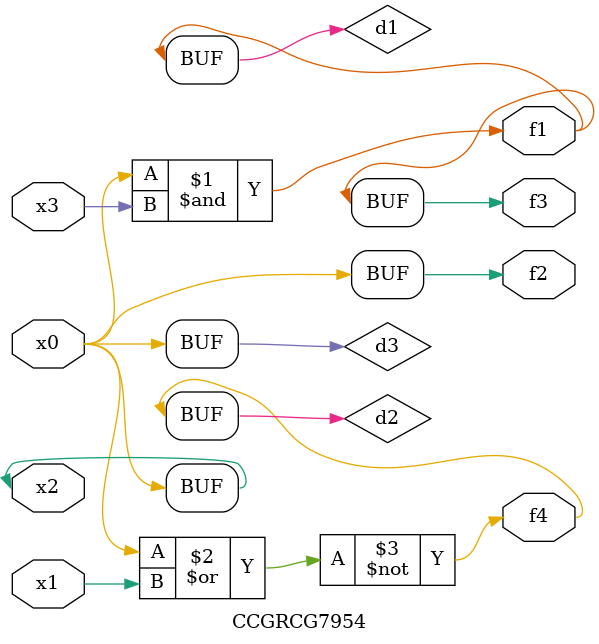
<source format=v>
module CCGRCG7954(
	input x0, x1, x2, x3,
	output f1, f2, f3, f4
);

	wire d1, d2, d3;

	and (d1, x2, x3);
	nor (d2, x0, x1);
	buf (d3, x0, x2);
	assign f1 = d1;
	assign f2 = d3;
	assign f3 = d1;
	assign f4 = d2;
endmodule

</source>
